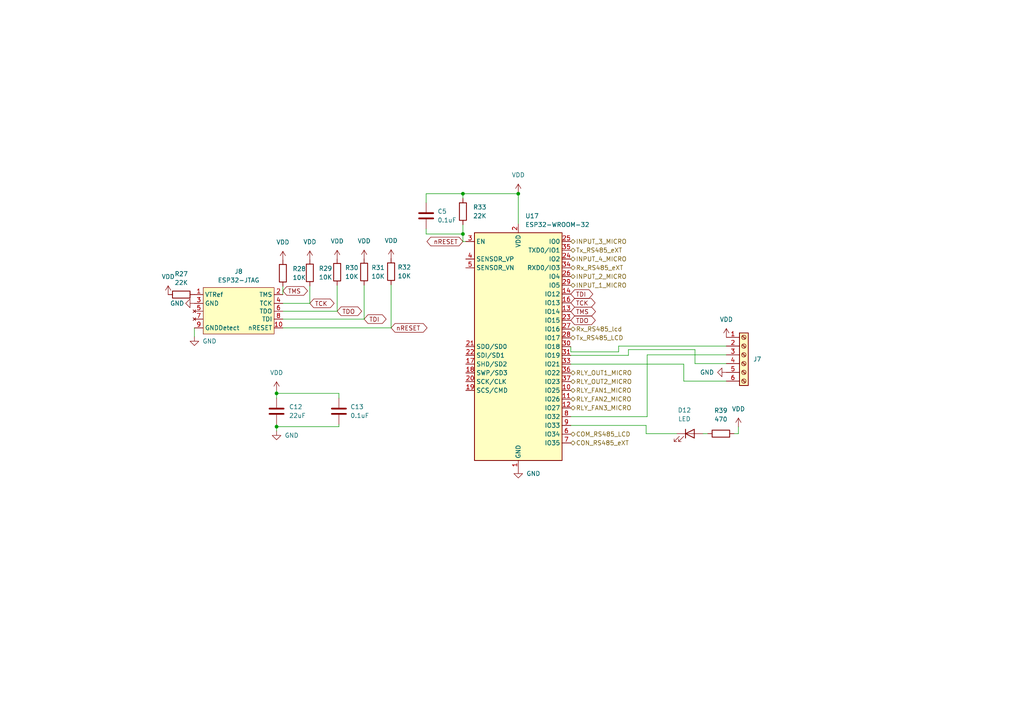
<source format=kicad_sch>
(kicad_sch (version 20230121) (generator eeschema)
  (paper "A4")
  (lib_symbols
    (symbol "Connector:Screw_Terminal_01x06" (pin_names (offset 1.016) hide)
      (property "Reference" "J" (at 0 7.62 0))
      (property "Value" "Screw_Terminal_01x06" (at 0 -10.16 0))
      (symbol "Screw_Terminal_01x06_1_1"
        (rectangle (start -1.27 6.35) (end 1.27 -8.89) (stroke (width 0.254)) (fill (type background)))
        (circle (center 0 -7.62) (radius 0.635) (stroke (width 0.1524)))
        (circle (center 0 -5.08) (radius 0.635) (stroke (width 0.1524)))
        (circle (center 0 -2.54) (radius 0.635) (stroke (width 0.1524)))
        (polyline (pts (xy -0.5334 -7.2898) (xy 0.3302 -8.128)) (stroke (width 0.1524)))
        (polyline (pts (xy -0.5334 -4.7498) (xy 0.3302 -5.588)) (stroke (width 0.1524)))
        (polyline (pts (xy -0.5334 -2.2098) (xy 0.3302 -3.048)) (stroke (width 0.1524)))
        (polyline (pts (xy -0.5334 0.3302) (xy 0.3302 -0.508)) (stroke (width 0.1524)))
        (polyline (pts (xy -0.5334 2.8702) (xy 0.3302 2.032)) (stroke (width 0.1524)))
        (polyline (pts (xy -0.5334 5.4102) (xy 0.3302 4.572)) (stroke (width 0.1524)))
        (polyline (pts (xy -0.3556 -7.112) (xy 0.508 -7.9502)) (stroke (width 0.1524)))
        (polyline (pts (xy -0.3556 -4.572) (xy 0.508 -5.4102)) (stroke (width 0.1524)))
        (polyline (pts (xy -0.3556 -2.032) (xy 0.508 -2.8702)) (stroke (width 0.1524)))
        (polyline (pts (xy -0.3556 0.508) (xy 0.508 -0.3302)) (stroke (width 0.1524)))
        (polyline (pts (xy -0.3556 3.048) (xy 0.508 2.2098)) (stroke (width 0.1524)))
        (polyline (pts (xy -0.3556 5.588) (xy 0.508 4.7498)) (stroke (width 0.1524)))
        (circle (center 0 0) (radius 0.635) (stroke (width 0.1524)))
        (circle (center 0 2.54) (radius 0.635) (stroke (width 0.1524)))
        (circle (center 0 5.08) (radius 0.635) (stroke (width 0.1524)))
        (pin passive line (at -5.08 5.08 0) (length 3.81) (name "Pin_1") (number "1"))
        (pin passive line (at -5.08 2.54 0) (length 3.81) (name "Pin_2") (number "2"))
        (pin passive line (at -5.08 0 0) (length 3.81) (name "Pin_3") (number "3"))
        (pin passive line (at -5.08 -2.54 0) (length 3.81) (name "Pin_4") (number "4"))
        (pin passive line (at -5.08 -5.08 0) (length 3.81) (name "Pin_5") (number "5"))
        (pin passive line (at -5.08 -7.62 0) (length 3.81) (name "Pin_6") (number "6"))
      )
    )
    (symbol "Device:C" (pin_numbers hide) (pin_names (offset 0.254))
      (property "Reference" "C" (at 0.635 2.54 0))
      (property "Value" "C" (at 0.635 -2.54 0))
      (symbol "C_0_1"
        (polyline (pts (xy -2.032 -0.762) (xy 2.032 -0.762)) (stroke (width 0.508)))
        (polyline (pts (xy -2.032 0.762) (xy 2.032 0.762)) (stroke (width 0.508)))
      )
      (symbol "C_1_1"
        (pin passive line (at 0 3.81 270) (length 2.794) (name "~") (number "1"))
        (pin passive line (at 0 -3.81 90) (length 2.794) (name "~") (number "2"))
      )
    )
    (symbol "Device:LED" (pin_numbers hide) (pin_names (offset 1.016) hide)
      (property "Reference" "D" (at 0 2.54 0))
      (property "Value" "LED" (at 0 -2.54 0))
      (symbol "LED_0_1"
        (polyline (pts (xy -1.27 -1.27) (xy -1.27 1.27)) (stroke (width 0.254)))
        (polyline (pts (xy -1.27 0) (xy 1.27 0)))
        (polyline (pts (xy 1.27 -1.27) (xy 1.27 1.27) (xy -1.27 0) (xy 1.27 -1.27)) (stroke (width 0.254)))
        (polyline (pts (xy -3.048 -0.762) (xy -4.572 -2.286) (xy -3.81 -2.286) (xy -4.572 -2.286) (xy -4.572 -1.524)))
        (polyline (pts (xy -1.778 -0.762) (xy -3.302 -2.286) (xy -2.54 -2.286) (xy -3.302 -2.286) (xy -3.302 -1.524)))
      )
      (symbol "LED_1_1"
        (pin passive line (at -3.81 0 0) (length 2.54) (name "K") (number "1"))
        (pin passive line (at 3.81 0 180) (length 2.54) (name "A") (number "2"))
      )
    )
    (symbol "Device:R" (pin_numbers hide) (pin_names (offset 0))
      (property "Reference" "R" (at 2.032 0 90))
      (property "Value" "R" (at 0 0 90))
      (symbol "R_0_1"
        (rectangle (start -1.016 -2.54) (end 1.016 2.54) (stroke (width 0.254)))
      )
      (symbol "R_1_1"
        (pin passive line (at 0 3.81 270) (length 1.27) (name "~") (number "1"))
        (pin passive line (at 0 -3.81 90) (length 1.27) (name "~") (number "2"))
      )
    )
    (symbol "RF_Module:ESP32-WROOM-32"
      (property "Reference" "U" (at -12.7 34.29 0))
      (property "Value" "ESP32-WROOM-32" (at 1.27 34.29 0))
      (symbol "ESP32-WROOM-32_0_1"
        (rectangle (start -12.7 33.02) (end 12.7 -33.02) (stroke (width 0.254)) (fill (type background)))
      )
      (symbol "ESP32-WROOM-32_1_1"
        (pin power_in line (at 0 -35.56 90) (length 2.54) (name "GND") (number "1"))
        (pin bidirectional line (at 15.24 -12.7 180) (length 2.54) (name "IO25") (number "10"))
        (pin bidirectional line (at 15.24 -15.24 180) (length 2.54) (name "IO26") (number "11"))
        (pin bidirectional line (at 15.24 -17.78 180) (length 2.54) (name "IO27") (number "12"))
        (pin bidirectional line (at 15.24 10.16 180) (length 2.54) (name "IO14") (number "13"))
        (pin bidirectional line (at 15.24 15.24 180) (length 2.54) (name "IO12") (number "14"))
        (pin passive line (at 0 -35.56 90) (length 2.54) hide (name "GND") (number "15"))
        (pin bidirectional line (at 15.24 12.7 180) (length 2.54) (name "IO13") (number "16"))
        (pin bidirectional line (at -15.24 -5.08 0) (length 2.54) (name "SHD/SD2") (number "17"))
        (pin bidirectional line (at -15.24 -7.62 0) (length 2.54) (name "SWP/SD3") (number "18"))
        (pin bidirectional line (at -15.24 -12.7 0) (length 2.54) (name "SCS/CMD") (number "19"))
        (pin power_in line (at 0 35.56 270) (length 2.54) (name "VDD") (number "2"))
        (pin bidirectional line (at -15.24 -10.16 0) (length 2.54) (name "SCK/CLK") (number "20"))
        (pin bidirectional line (at -15.24 0 0) (length 2.54) (name "SDO/SD0") (number "21"))
        (pin bidirectional line (at -15.24 -2.54 0) (length 2.54) (name "SDI/SD1") (number "22"))
        (pin bidirectional line (at 15.24 7.62 180) (length 2.54) (name "IO15") (number "23"))
        (pin bidirectional line (at 15.24 25.4 180) (length 2.54) (name "IO2") (number "24"))
        (pin bidirectional line (at 15.24 30.48 180) (length 2.54) (name "IO0") (number "25"))
        (pin bidirectional line (at 15.24 20.32 180) (length 2.54) (name "IO4") (number "26"))
        (pin bidirectional line (at 15.24 5.08 180) (length 2.54) (name "IO16") (number "27"))
        (pin bidirectional line (at 15.24 2.54 180) (length 2.54) (name "IO17") (number "28"))
        (pin bidirectional line (at 15.24 17.78 180) (length 2.54) (name "IO5") (number "29"))
        (pin input line (at -15.24 30.48 0) (length 2.54) (name "EN") (number "3"))
        (pin bidirectional line (at 15.24 0 180) (length 2.54) (name "IO18") (number "30"))
        (pin bidirectional line (at 15.24 -2.54 180) (length 2.54) (name "IO19") (number "31"))
        (pin no_connect line (at -12.7 -27.94 0) (length 2.54) hide (name "NC") (number "32"))
        (pin bidirectional line (at 15.24 -5.08 180) (length 2.54) (name "IO21") (number "33"))
        (pin bidirectional line (at 15.24 22.86 180) (length 2.54) (name "RXD0/IO3") (number "34"))
        (pin bidirectional line (at 15.24 27.94 180) (length 2.54) (name "TXD0/IO1") (number "35"))
        (pin bidirectional line (at 15.24 -7.62 180) (length 2.54) (name "IO22") (number "36"))
        (pin bidirectional line (at 15.24 -10.16 180) (length 2.54) (name "IO23") (number "37"))
        (pin passive line (at 0 -35.56 90) (length 2.54) hide (name "GND") (number "38"))
        (pin passive line (at 0 -35.56 90) (length 2.54) hide (name "GND") (number "39"))
        (pin input line (at -15.24 25.4 0) (length 2.54) (name "SENSOR_VP") (number "4"))
        (pin input line (at -15.24 22.86 0) (length 2.54) (name "SENSOR_VN") (number "5"))
        (pin input line (at 15.24 -25.4 180) (length 2.54) (name "IO34") (number "6"))
        (pin input line (at 15.24 -27.94 180) (length 2.54) (name "IO35") (number "7"))
        (pin bidirectional line (at 15.24 -20.32 180) (length 2.54) (name "IO32") (number "8"))
        (pin bidirectional line (at 15.24 -22.86 180) (length 2.54) (name "IO33") (number "9"))
      )
    )
    (symbol "nuevos simvolos:ESP32-JTAG"
      (property "Reference" "J" (at 0 9.144 0))
      (property "Value" "ESP32-JTAG" (at 0 7.62 0))
      (symbol "ESP32-JTAG_0_1"
        (rectangle (start -10.414 6.604) (end 10.16 -6.858) (fill (type background)))
      )
      (symbol "ESP32-JTAG_1_1"
        (pin input line (at -12.954 4.572 0) (length 2.54) (name "VTRef") (number "1"))
        (pin input line (at 12.7 -5.08 180) (length 2.54) (name "nRESET") (number "10"))
        (pin input line (at 12.7 4.572 180) (length 2.54) (name "TMS") (number "2"))
        (pin input line (at -12.954 2.032 0) (length 2.54) (name "GND") (number "3"))
        (pin input line (at 12.7 2.032 180) (length 2.54) (name "TCK") (number "4"))
        (pin no_connect line (at -12.954 -0.254 0) (length 2.54) (name "") (number "5"))
        (pin input line (at 12.7 -0.254 180) (length 2.54) (name "TDO") (number "6"))
        (pin no_connect line (at -12.954 -2.54 0) (length 2.54) (name "") (number "7"))
        (pin input line (at 12.7 -2.54 180) (length 2.54) (name "TDI") (number "8"))
        (pin input line (at -12.954 -5.08 0) (length 2.54) (name "GNDDetect") (number "9"))
      )
    )
    (symbol "power:GND" (power) (pin_names (offset 0))
      (property "Value" "GND" (at 0 -3.81 0))
      (symbol "GND_0_1"
        (polyline (pts (xy 0 0) (xy 0 -1.27) (xy 1.27 -1.27) (xy 0 -2.54) (xy -1.27 -1.27) (xy 0 -1.27)))
      )
      (symbol "GND_1_1"
        (pin power_in line (at 0 0 270) (length 0) hide (name "GND") (number "1"))
      )
    )
    (symbol "power:VDD" (power) (pin_names (offset 0))
      (property "Value" "VDD" (at 0 3.81 0))
      (symbol "VDD_0_1"
        (polyline (pts (xy -0.762 1.27) (xy 0 2.54)))
        (polyline (pts (xy 0 0) (xy 0 2.54)))
        (polyline (pts (xy 0 2.54) (xy 0.762 1.27)))
      )
      (symbol "VDD_1_1"
        (pin power_in line (at 0 0 90) (length 0) hide (name "VDD") (number "1"))
      )
    )
  )
  (junction (at 134.2644 56.1848))
  (junction (at 150.3172 56.1848))
  (junction (at 80.2132 123.7488))
  (junction (at 134.2644 67.8688))
  (junction (at 80.2132 114.0968))
  (wire (pts (xy 98.298 114.0968) (xy 98.298 115.4684)))
  (wire (pts (xy 214.1728 125.7808) (xy 212.9028 125.7808)))
  (wire (pts (xy 134.2644 57.5564) (xy 134.2644 56.1848)))
  (wire (pts (xy 165.5572 123.3932) (xy 187.4012 123.3932)))
  (wire (pts (xy 203.9112 125.7808) (xy 205.2828 125.7808)))
  (wire (pts (xy 82.042 83.058) (xy 82.042 85.4456)))
  (wire (pts (xy 134.2644 67.8688) (xy 134.2644 70.0532)))
  (wire (pts (xy 123.5964 66.3956) (xy 123.5964 67.8688)))
  (wire (pts (xy 150.3172 56.1848) (xy 150.3172 64.9732)))
  (wire (pts (xy 80.2132 123.7488) (xy 80.2132 125.0188)))
  (wire (pts (xy 113.4364 95.0976) (xy 113.4364 82.6008)))
  (wire (pts (xy 80.2132 113.284) (xy 80.2132 114.0968)))
  (wire (pts (xy 179.4256 102.0572) (xy 165.5572 102.0572)))
  (wire (pts (xy 179.4256 100.3808) (xy 179.4256 102.0572)))
  (wire (pts (xy 210.6676 110.5408) (xy 198.3232 110.5408)))
  (wire (pts (xy 123.5964 56.1848) (xy 134.2644 56.1848)))
  (wire (pts (xy 201.5744 105.4608) (xy 201.5744 101.3968)))
  (wire (pts (xy 187.4012 125.7808) (xy 196.2912 125.7808)))
  (wire (pts (xy 182.2704 103.0732) (xy 165.5572 103.0732)))
  (wire (pts (xy 182.2704 101.3968) (xy 182.2704 103.0732)))
  (wire (pts (xy 80.2132 123.7488) (xy 98.298 123.7488)))
  (wire (pts (xy 98.298 123.0884) (xy 98.298 123.7488)))
  (wire (pts (xy 123.5964 67.8688) (xy 134.2644 67.8688)))
  (wire (pts (xy 165.5572 102.0572) (xy 165.5572 100.5332)))
  (wire (pts (xy 80.2132 114.0968) (xy 98.298 114.0968)))
  (wire (pts (xy 123.5964 58.7756) (xy 123.5964 56.1848)))
  (wire (pts (xy 105.6132 82.7024) (xy 105.6132 92.5576)))
  (wire (pts (xy 210.6676 105.4608) (xy 201.5744 105.4608)))
  (wire (pts (xy 134.2644 65.1764) (xy 134.2644 67.8688)))
  (wire (pts (xy 187.4012 123.3932) (xy 187.4012 125.7808)))
  (wire (pts (xy 210.6676 100.3808) (xy 179.4256 100.3808)))
  (wire (pts (xy 89.8652 87.9856) (xy 82.042 87.9856)))
  (wire (pts (xy 187.706 120.8532) (xy 187.706 102.9208)))
  (wire (pts (xy 134.2644 56.1848) (xy 150.3172 56.1848)))
  (wire (pts (xy 89.8652 82.9564) (xy 89.8652 87.9856)))
  (wire (pts (xy 187.706 102.9208) (xy 210.6676 102.9208)))
  (wire (pts (xy 82.042 95.0976) (xy 113.4364 95.0976)))
  (wire (pts (xy 134.2644 70.0532) (xy 135.0772 70.0532)))
  (wire (pts (xy 80.2132 114.0968) (xy 80.2132 115.4684)))
  (wire (pts (xy 97.79 90.2716) (xy 82.042 90.2716)))
  (wire (pts (xy 198.3232 105.6132) (xy 165.5572 105.6132)))
  (wire (pts (xy 201.5744 101.3968) (xy 182.2704 101.3968)))
  (wire (pts (xy 105.6132 92.5576) (xy 82.042 92.5576)))
  (wire (pts (xy 214.1728 123.7996) (xy 214.1728 125.7808)))
  (wire (pts (xy 150.3172 55.9308) (xy 150.3172 56.1848)))
  (wire (pts (xy 97.79 82.7532) (xy 97.79 90.2716)))
  (wire (pts (xy 165.5572 120.8532) (xy 187.706 120.8532)))
  (wire (pts (xy 198.3232 110.5408) (xy 198.3232 105.6132)))
  (wire (pts (xy 80.2132 123.0884) (xy 80.2132 123.7488)))
  (wire (pts (xy 56.388 97.6884) (xy 56.388 95.0976)))
  (global_label "TCK" (shape bidirectional) (at 165.5572 87.8332 0) (property "Intersheetrefs" "${INTERSHEET_REFS}" (effects hide)))
  (global_label "nRESET" (shape bidirectional) (at 134.2644 70.0532 180) (property "Intersheetrefs" "${INTERSHEET_REFS}" (effects hide)))
  (global_label "TMS" (shape bidirectional) (at 165.5572 90.3732 0) (property "Intersheetrefs" "${INTERSHEET_REFS}" (effects hide)))
  (global_label "TCK" (shape bidirectional) (at 89.8652 87.9856 0) (property "Intersheetrefs" "${INTERSHEET_REFS}" (effects hide)))
  (global_label "TDO" (shape bidirectional) (at 97.79 90.2716 0) (property "Intersheetrefs" "${INTERSHEET_REFS}" (effects hide)))
  (global_label "nRESET" (shape bidirectional) (at 113.4364 95.0976 0) (property "Intersheetrefs" "${INTERSHEET_REFS}" (effects hide)))
  (global_label "TDO" (shape bidirectional) (at 165.5572 92.9132 0) (property "Intersheetrefs" "${INTERSHEET_REFS}" (effects hide)))
  (global_label "TDI" (shape bidirectional) (at 105.6132 92.5576 0) (property "Intersheetrefs" "${INTERSHEET_REFS}" (effects hide)))
  (global_label "TDI" (shape bidirectional) (at 165.5572 85.2932 0) (property "Intersheetrefs" "${INTERSHEET_REFS}" (effects hide)))
  (global_label "TMS" (shape bidirectional) (at 82.042 84.3788 0) (property "Intersheetrefs" "${INTERSHEET_REFS}" (effects hide)))
  (hierarchical_label "COM_RS485_LCD" (shape bidirectional) (at 165.5572 125.9332 0))
  (hierarchical_label "Rx_RS485_eXT" (shape bidirectional) (at 165.5572 77.6732 0))
  (hierarchical_label "INPUT_2_MICRO" (shape bidirectional) (at 165.5572 80.2132 0))
  (hierarchical_label "INPUT_3_MICRO" (shape bidirectional) (at 165.5572 70.0532 0))
  (hierarchical_label "Tx_RS485_LCD" (shape bidirectional) (at 165.5572 97.9932 0))
  (hierarchical_label "RLY_FAN2_MICRO" (shape bidirectional) (at 165.5572 115.7732 0))
  (hierarchical_label "RLY_FAN3_MICRO" (shape bidirectional) (at 165.5572 118.3132 0))
  (hierarchical_label "CON_RS485_eXT" (shape bidirectional) (at 165.5572 128.4732 0))
  (hierarchical_label "INPUT_4_MICRO" (shape bidirectional) (at 165.5572 75.1332 0))
  (hierarchical_label "Rx_RS485_lcd" (shape bidirectional) (at 165.5572 95.4532 0))
  (hierarchical_label "RLY_OUT1_MICRO" (shape bidirectional) (at 165.5572 108.1532 0))
  (hierarchical_label "RLY_OUT2_MICRO" (shape bidirectional) (at 165.5572 110.6932 0))
  (hierarchical_label "Tx_RS485_eXT" (shape bidirectional) (at 165.5572 72.5932 0))
  (hierarchical_label "RLY_FAN1_MICRO" (shape bidirectional) (at 165.5572 113.2332 0))
  (hierarchical_label "INPUT_1_MICRO" (shape bidirectional) (at 165.5572 82.7532 0))
  (symbol (lib_id "power:VDD") (at 80.2132 113.284 0) (unit 1)
    (property "Reference" "#PWR0137" (effects hide))
    (property "Value" "VDD" (at 80.2132 108.1024 0))
  )
  (symbol (lib_id "Device:C") (at 80.2132 119.2784 0) (unit 1)
    (property "Reference" "C12" (at 83.82 118.0083 0) (effects (justify left)))
    (property "Value" "22uF" (at 83.82 120.5483 0) (effects (justify left)))
    (property "Footprint" "Capacitor_SMD:C_0805_2012Metric" (effects hide))
  )
  (symbol (lib_id "power:GND") (at 150.3172 136.0932 0) (unit 1)
    (property "Reference" "#PWR0143" (effects hide))
    (property "Value" "GND" (at 152.654 137.3631 0) (effects (justify left)))
  )
  (symbol (lib_id "power:GND") (at 56.388 97.6884 0) (unit 1)
    (property "Reference" "#PWR0134" (effects hide))
    (property "Value" "GND" (at 58.7248 98.9583 0) (effects (justify left)))
  )
  (symbol (lib_id "Device:C") (at 98.298 119.2784 0) (unit 1)
    (property "Reference" "C13" (at 101.6 118.0083 0) (effects (justify left)))
    (property "Value" "0.1uF" (at 101.6 120.5483 0) (effects (justify left)))
    (property "Footprint" "Capacitor_SMD:C_0805_2012Metric" (effects hide))
  )
  (symbol (lib_id "Device:LED") (at 200.1012 125.7808 0) (unit 1)
    (property "Reference" "D12" (at 198.5137 118.9736 0))
    (property "Value" "LED" (at 198.5137 121.5136 0))
    (property "Footprint" "LED_SMD:LED_0805_2012Metric" (effects hide))
  )
  (symbol (lib_id "power:VDD") (at 210.6676 97.8408 0) (unit 1)
    (property "Reference" "#PWR05" (effects hide))
    (property "Value" "VDD" (at 210.6676 92.6592 0))
  )
  (symbol (lib_id "Device:R") (at 52.578 85.4456 270) (unit 1)
    (property "Reference" "R27" (at 52.578 79.4512 90))
    (property "Value" "22K" (at 52.578 81.9912 90))
    (property "Footprint" "Resistor_SMD:R_0805_2012Metric" (effects hide))
  )
  (symbol (lib_id "Device:R") (at 105.6132 78.8924 180) (unit 1)
    (property "Reference" "R31" (at 107.696 77.6223 0) (effects (justify right)))
    (property "Value" "10K" (at 107.696 80.1623 0) (effects (justify right)))
    (property "Footprint" "Resistor_SMD:R_0805_2012Metric" (effects hide))
  )
  (symbol (lib_id "power:GND") (at 210.6676 108.0008 270) (unit 1)
    (property "Reference" "#PWR06" (effects hide))
    (property "Value" "GND" (at 207.1116 108.0008 90) (effects (justify right)))
  )
  (symbol (lib_id "Device:R") (at 134.2644 61.3664 180) (unit 1)
    (property "Reference" "R33" (at 137.2108 60.0963 0) (effects (justify right)))
    (property "Value" "22K" (at 137.2108 62.6363 0) (effects (justify right)))
    (property "Footprint" "Resistor_SMD:R_0805_2012Metric" (effects hide))
  )
  (symbol (lib_id "power:VDD") (at 82.042 75.438 0) (unit 1)
    (property "Reference" "#PWR0139" (effects hide))
    (property "Value" "VDD" (at 82.042 70.2564 0))
  )
  (symbol (lib_id "nuevos simvolos:ESP32-JTAG") (at 69.342 90.0176 0) (unit 1)
    (property "Reference" "J8" (at 69.215 78.74 0))
    (property "Value" "ESP32-JTAG" (at 69.215 81.28 0))
    (property "Footprint" "Connector_PinHeader_2.54mm:PinHeader_2x05_P2.54mm_Vertical" (effects hide))
  )
  (symbol (lib_id "power:GND") (at 56.388 87.9856 270) (unit 1)
    (property "Reference" "#PWR0136" (effects hide))
    (property "Value" "GND" (at 49.3268 87.9856 90) (effects (justify left)))
  )
  (symbol (lib_id "Device:R") (at 89.8652 79.1464 180) (unit 1)
    (property "Reference" "R29" (at 92.456 77.8763 0) (effects (justify right)))
    (property "Value" "10K" (at 92.456 80.4163 0) (effects (justify right)))
    (property "Footprint" "Resistor_SMD:R_0805_2012Metric" (effects hide))
  )
  (symbol (lib_id "Device:R") (at 113.4364 78.7908 180) (unit 1)
    (property "Reference" "R32" (at 115.316 77.5207 0) (effects (justify right)))
    (property "Value" "10K" (at 115.316 80.0607 0) (effects (justify right)))
    (property "Footprint" "Resistor_SMD:R_0805_2012Metric" (effects hide))
  )
  (symbol (lib_id "power:VDD") (at 48.768 85.4456 0) (unit 1)
    (property "Reference" "#PWR0135" (effects hide))
    (property "Value" "VDD" (at 48.768 80.264 0))
  )
  (symbol (lib_id "power:VDD") (at 150.3172 55.9308 0) (unit 1)
    (property "Reference" "#PWR0144" (effects hide))
    (property "Value" "VDD" (at 150.3172 50.7492 0))
  )
  (symbol (lib_id "power:VDD") (at 113.4364 74.9808 0) (unit 1)
    (property "Reference" "#PWR0142" (effects hide))
    (property "Value" "VDD" (at 113.4364 69.7992 0))
  )
  (symbol (lib_id "power:GND") (at 80.2132 125.0188 0) (unit 1)
    (property "Reference" "#PWR0184" (effects hide))
    (property "Value" "GND" (at 82.55 126.2887 0) (effects (justify left)))
  )
  (symbol (lib_id "Device:R") (at 82.042 79.248 180) (unit 1)
    (property "Reference" "R28" (at 84.836 77.9779 0) (effects (justify right)))
    (property "Value" "10K" (at 84.836 80.5179 0) (effects (justify right)))
    (property "Footprint" "Resistor_SMD:R_0805_2012Metric" (effects hide))
  )
  (symbol (lib_id "Connector:Screw_Terminal_01x06") (at 215.7476 102.9208 0) (unit 1)
    (property "Reference" "J7" (at 218.44 104.1908 0) (effects (justify left)))
    (property "Value" "Screw_Terminal_01x06" (effects hide))
    (property "Footprint" "Connector_PinHeader_2.54mm:PinHeader_2x03_P2.54mm_Vertical" (effects hide))
  )
  (symbol (lib_id "Device:C") (at 123.5964 62.5856 0) (unit 1)
    (property "Reference" "C5" (at 126.8984 61.3155 0) (effects (justify left)))
    (property "Value" "0.1uF" (at 126.8984 63.8555 0) (effects (justify left)))
    (property "Footprint" "Capacitor_SMD:C_0805_2012Metric" (effects hide))
  )
  (symbol (lib_id "power:VDD") (at 105.6132 75.0824 0) (unit 1)
    (property "Reference" "#PWR0141" (effects hide))
    (property "Value" "VDD" (at 105.6132 69.9008 0))
  )
  (symbol (lib_id "power:VDD") (at 97.79 75.1332 0) (unit 1)
    (property "Reference" "#PWR0140" (effects hide))
    (property "Value" "VDD" (at 97.79 69.9516 0))
  )
  (symbol (lib_id "power:VDD") (at 214.1728 123.7996 0) (unit 1)
    (property "Reference" "#PWR0166" (effects hide))
    (property "Value" "VDD" (at 214.1728 118.618 0))
  )
  (symbol (lib_id "RF_Module:ESP32-WROOM-32") (at 150.3172 100.5332 0) (unit 1)
    (property "Reference" "U17" (at 152.3366 62.6364 0) (effects (justify left)))
    (property "Value" "ESP32-WROOM-32" (at 152.3366 65.1764 0) (effects (justify left)))
    (property "Footprint" "RF_Module:ESP32-WROOM-32" (effects hide))
    (property "Datasheet" "https://www.espressif.com/sites/default/files/documentation/esp32-wroom-32_datasheet_en.pdf" (effects hide))
  )
  (symbol (lib_id "power:VDD") (at 89.8652 75.3364 0) (unit 1)
    (property "Reference" "#PWR0138" (effects hide))
    (property "Value" "VDD" (at 89.8652 70.1548 0))
  )
  (symbol (lib_id "Device:R") (at 209.0928 125.7808 90) (unit 1)
    (property "Reference" "R39" (at 209.0928 119.0752 90))
    (property "Value" "470" (at 209.0928 121.6152 90))
    (property "Footprint" "Resistor_SMD:R_0805_2012Metric" (effects hide))
  )
  (symbol (lib_id "Device:R") (at 97.79 78.9432 180) (unit 1)
    (property "Reference" "R30" (at 100.076 77.6731 0) (effects (justify right)))
    (property "Value" "10K" (at 100.076 80.2131 0) (effects (justify right)))
    (property "Footprint" "Resistor_SMD:R_0805_2012Metric" (effects hide))
  )
)
</source>
